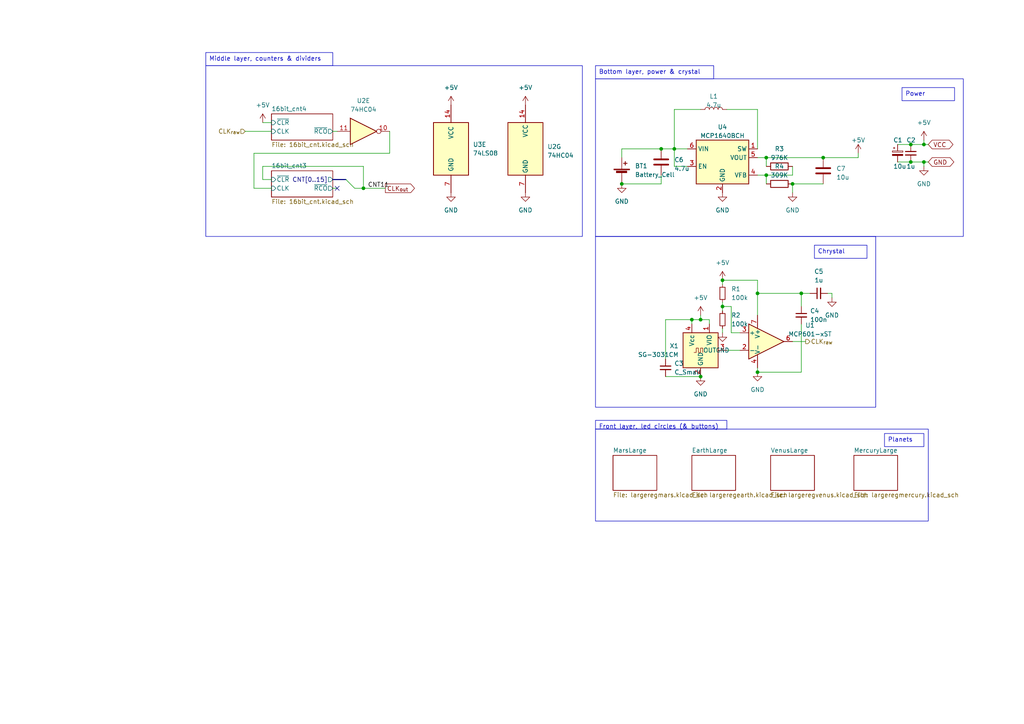
<source format=kicad_sch>
(kicad_sch (version 20230121) (generator eeschema)
  (paper "A4")
  (lib_symbols
    (symbol "74xx:74HC04"
      (property "Reference" "U" (at 0 1.27 0))
      (property "Value" "74HC04" (at 0 -1.27 0))
      (symbol "74HC04_1_0"
        (polyline (pts (xy -3.81 3.81) (xy -3.81 -3.81) (xy 3.81 0) (xy -3.81 3.81)) (stroke (width 0.254)) (fill (type background)))
        (pin input line (at -7.62 0 0) (length 3.81) (name "~") (number "1"))
        (pin output inverted (at 7.62 0 180) (length 3.81) (name "~") (number "2"))
      )
      (symbol "74HC04_2_0"
        (polyline (pts (xy -3.81 3.81) (xy -3.81 -3.81) (xy 3.81 0) (xy -3.81 3.81)) (stroke (width 0.254)) (fill (type background)))
        (pin input line (at -7.62 0 0) (length 3.81) (name "~") (number "3"))
        (pin output inverted (at 7.62 0 180) (length 3.81) (name "~") (number "4"))
      )
      (symbol "74HC04_3_0"
        (polyline (pts (xy -3.81 3.81) (xy -3.81 -3.81) (xy 3.81 0) (xy -3.81 3.81)) (stroke (width 0.254)) (fill (type background)))
        (pin input line (at -7.62 0 0) (length 3.81) (name "~") (number "5"))
        (pin output inverted (at 7.62 0 180) (length 3.81) (name "~") (number "6"))
      )
      (symbol "74HC04_4_0"
        (polyline (pts (xy -3.81 3.81) (xy -3.81 -3.81) (xy 3.81 0) (xy -3.81 3.81)) (stroke (width 0.254)) (fill (type background)))
        (pin output inverted (at 7.62 0 180) (length 3.81) (name "~") (number "8"))
        (pin input line (at -7.62 0 0) (length 3.81) (name "~") (number "9"))
      )
      (symbol "74HC04_5_0"
        (polyline (pts (xy -3.81 3.81) (xy -3.81 -3.81) (xy 3.81 0) (xy -3.81 3.81)) (stroke (width 0.254)) (fill (type background)))
        (pin output inverted (at 7.62 0 180) (length 3.81) (name "~") (number "10"))
        (pin input line (at -7.62 0 0) (length 3.81) (name "~") (number "11"))
      )
      (symbol "74HC04_6_0"
        (polyline (pts (xy -3.81 3.81) (xy -3.81 -3.81) (xy 3.81 0) (xy -3.81 3.81)) (stroke (width 0.254)) (fill (type background)))
        (pin output inverted (at 7.62 0 180) (length 3.81) (name "~") (number "12"))
        (pin input line (at -7.62 0 0) (length 3.81) (name "~") (number "13"))
      )
      (symbol "74HC04_7_0"
        (pin power_in line (at 0 12.7 270) (length 5.08) (name "VCC") (number "14"))
        (pin power_in line (at 0 -12.7 90) (length 5.08) (name "GND") (number "7"))
      )
      (symbol "74HC04_7_1"
        (rectangle (start -5.08 7.62) (end 5.08 -7.62) (stroke (width 0.254)) (fill (type background)))
      )
    )
    (symbol "74xx:74LS08" (pin_names (offset 1.016))
      (property "Reference" "U" (at 0 1.27 0))
      (property "Value" "74LS08" (at 0 -1.27 0))
      (symbol "74LS08_1_1"
        (arc (start 0 -3.81) (mid 3.7934 0) (end 0 3.81) (stroke (width 0.254)) (fill (type background)))
        (polyline (pts (xy 0 3.81) (xy -3.81 3.81) (xy -3.81 -3.81) (xy 0 -3.81)) (stroke (width 0.254)) (fill (type background)))
        (pin input line (at -7.62 2.54 0) (length 3.81) (name "~") (number "1"))
        (pin input line (at -7.62 -2.54 0) (length 3.81) (name "~") (number "2"))
        (pin output line (at 7.62 0 180) (length 3.81) (name "~") (number "3"))
      )
      (symbol "74LS08_1_2"
        (arc (start -3.81 -3.81) (mid -2.589 0) (end -3.81 3.81) (stroke (width 0.254)))
        (arc (start -0.6096 -3.81) (mid 2.1842 -2.5851) (end 3.81 0) (stroke (width 0.254)) (fill (type background)))
        (polyline (pts (xy -3.81 -3.81) (xy -0.635 -3.81)) (stroke (width 0.254)) (fill (type background)))
        (polyline (pts (xy -3.81 3.81) (xy -0.635 3.81)) (stroke (width 0.254)) (fill (type background)))
        (polyline (pts (xy -0.635 3.81) (xy -3.81 3.81) (xy -3.81 3.81) (xy -3.556 3.4036) (xy -3.0226 2.2606) (xy -2.6924 1.0414) (xy -2.6162 -0.254) (xy -2.7686 -1.4986) (xy -3.175 -2.7178) (xy -3.81 -3.81) (xy -3.81 -3.81) (xy -0.635 -3.81)) (stroke (width -25.4)) (fill (type background)))
        (arc (start 3.81 0) (mid 2.1915 2.5936) (end -0.6096 3.81) (stroke (width 0.254)) (fill (type background)))
        (pin input inverted (at -7.62 2.54 0) (length 4.318) (name "~") (number "1"))
        (pin input inverted (at -7.62 -2.54 0) (length 4.318) (name "~") (number "2"))
        (pin output inverted (at 7.62 0 180) (length 3.81) (name "~") (number "3"))
      )
      (symbol "74LS08_2_1"
        (arc (start 0 -3.81) (mid 3.7934 0) (end 0 3.81) (stroke (width 0.254)) (fill (type background)))
        (polyline (pts (xy 0 3.81) (xy -3.81 3.81) (xy -3.81 -3.81) (xy 0 -3.81)) (stroke (width 0.254)) (fill (type background)))
        (pin input line (at -7.62 2.54 0) (length 3.81) (name "~") (number "4"))
        (pin input line (at -7.62 -2.54 0) (length 3.81) (name "~") (number "5"))
        (pin output line (at 7.62 0 180) (length 3.81) (name "~") (number "6"))
      )
      (symbol "74LS08_2_2"
        (arc (start -3.81 -3.81) (mid -2.589 0) (end -3.81 3.81) (stroke (width 0.254)))
        (arc (start -0.6096 -3.81) (mid 2.1842 -2.5851) (end 3.81 0) (stroke (width 0.254)) (fill (type background)))
        (polyline (pts (xy -3.81 -3.81) (xy -0.635 -3.81)) (stroke (width 0.254)) (fill (type background)))
        (polyline (pts (xy -3.81 3.81) (xy -0.635 3.81)) (stroke (width 0.254)) (fill (type background)))
        (polyline (pts (xy -0.635 3.81) (xy -3.81 3.81) (xy -3.81 3.81) (xy -3.556 3.4036) (xy -3.0226 2.2606) (xy -2.6924 1.0414) (xy -2.6162 -0.254) (xy -2.7686 -1.4986) (xy -3.175 -2.7178) (xy -3.81 -3.81) (xy -3.81 -3.81) (xy -0.635 -3.81)) (stroke (width -25.4)) (fill (type background)))
        (arc (start 3.81 0) (mid 2.1915 2.5936) (end -0.6096 3.81) (stroke (width 0.254)) (fill (type background)))
        (pin input inverted (at -7.62 2.54 0) (length 4.318) (name "~") (number "4"))
        (pin input inverted (at -7.62 -2.54 0) (length 4.318) (name "~") (number "5"))
        (pin output inverted (at 7.62 0 180) (length 3.81) (name "~") (number "6"))
      )
      (symbol "74LS08_3_1"
        (arc (start 0 -3.81) (mid 3.7934 0) (end 0 3.81) (stroke (width 0.254)) (fill (type background)))
        (polyline (pts (xy 0 3.81) (xy -3.81 3.81) (xy -3.81 -3.81) (xy 0 -3.81)) (stroke (width 0.254)) (fill (type background)))
        (pin input line (at -7.62 -2.54 0) (length 3.81) (name "~") (number "10"))
        (pin output line (at 7.62 0 180) (length 3.81) (name "~") (number "8"))
        (pin input line (at -7.62 2.54 0) (length 3.81) (name "~") (number "9"))
      )
      (symbol "74LS08_3_2"
        (arc (start -3.81 -3.81) (mid -2.589 0) (end -3.81 3.81) (stroke (width 0.254)))
        (arc (start -0.6096 -3.81) (mid 2.1842 -2.5851) (end 3.81 0) (stroke (width 0.254)) (fill (type background)))
        (polyline (pts (xy -3.81 -3.81) (xy -0.635 -3.81)) (stroke (width 0.254)) (fill (type background)))
        (polyline (pts (xy -3.81 3.81) (xy -0.635 3.81)) (stroke (width 0.254)) (fill (type background)))
        (polyline (pts (xy -0.635 3.81) (xy -3.81 3.81) (xy -3.81 3.81) (xy -3.556 3.4036) (xy -3.0226 2.2606) (xy -2.6924 1.0414) (xy -2.6162 -0.254) (xy -2.7686 -1.4986) (xy -3.175 -2.7178) (xy -3.81 -3.81) (xy -3.81 -3.81) (xy -0.635 -3.81)) (stroke (width -25.4)) (fill (type background)))
        (arc (start 3.81 0) (mid 2.1915 2.5936) (end -0.6096 3.81) (stroke (width 0.254)) (fill (type background)))
        (pin input inverted (at -7.62 -2.54 0) (length 4.318) (name "~") (number "10"))
        (pin output inverted (at 7.62 0 180) (length 3.81) (name "~") (number "8"))
        (pin input inverted (at -7.62 2.54 0) (length 4.318) (name "~") (number "9"))
      )
      (symbol "74LS08_4_1"
        (arc (start 0 -3.81) (mid 3.7934 0) (end 0 3.81) (stroke (width 0.254)) (fill (type background)))
        (polyline (pts (xy 0 3.81) (xy -3.81 3.81) (xy -3.81 -3.81) (xy 0 -3.81)) (stroke (width 0.254)) (fill (type background)))
        (pin output line (at 7.62 0 180) (length 3.81) (name "~") (number "11"))
        (pin input line (at -7.62 2.54 0) (length 3.81) (name "~") (number "12"))
        (pin input line (at -7.62 -2.54 0) (length 3.81) (name "~") (number "13"))
      )
      (symbol "74LS08_4_2"
        (arc (start -3.81 -3.81) (mid -2.589 0) (end -3.81 3.81) (stroke (width 0.254)))
        (arc (start -0.6096 -3.81) (mid 2.1842 -2.5851) (end 3.81 0) (stroke (width 0.254)) (fill (type background)))
        (polyline (pts (xy -3.81 -3.81) (xy -0.635 -3.81)) (stroke (width 0.254)) (fill (type background)))
        (polyline (pts (xy -3.81 3.81) (xy -0.635 3.81)) (stroke (width 0.254)) (fill (type background)))
        (polyline (pts (xy -0.635 3.81) (xy -3.81 3.81) (xy -3.81 3.81) (xy -3.556 3.4036) (xy -3.0226 2.2606) (xy -2.6924 1.0414) (xy -2.6162 -0.254) (xy -2.7686 -1.4986) (xy -3.175 -2.7178) (xy -3.81 -3.81) (xy -3.81 -3.81) (xy -0.635 -3.81)) (stroke (width -25.4)) (fill (type background)))
        (arc (start 3.81 0) (mid 2.1915 2.5936) (end -0.6096 3.81) (stroke (width 0.254)) (fill (type background)))
        (pin output inverted (at 7.62 0 180) (length 3.81) (name "~") (number "11"))
        (pin input inverted (at -7.62 2.54 0) (length 4.318) (name "~") (number "12"))
        (pin input inverted (at -7.62 -2.54 0) (length 4.318) (name "~") (number "13"))
      )
      (symbol "74LS08_5_0"
        (pin power_in line (at 0 12.7 270) (length 5.08) (name "VCC") (number "14"))
        (pin power_in line (at 0 -12.7 90) (length 5.08) (name "GND") (number "7"))
      )
      (symbol "74LS08_5_1"
        (rectangle (start -5.08 7.62) (end 5.08 -7.62) (stroke (width 0.254)) (fill (type background)))
      )
    )
    (symbol "Amplifier_Operational:MCP601-xST" (pin_names (offset 0.127))
      (property "Reference" "U" (at 0 6.35 0))
      (property "Value" "MCP601-xST" (at 0 3.81 0))
      (symbol "MCP601-xST_0_1"
        (polyline (pts (xy -5.08 5.08) (xy 5.08 0) (xy -5.08 -5.08) (xy -5.08 5.08)) (stroke (width 0.254)) (fill (type background)))
      )
      (symbol "MCP601-xST_1_1"
        (pin no_connect line (at -2.54 2.54 270) (length 2.54) hide (name "NC") (number "1"))
        (pin input line (at -7.62 -2.54 0) (length 2.54) (name "-") (number "2"))
        (pin input line (at -7.62 2.54 0) (length 2.54) (name "+") (number "3"))
        (pin power_in line (at -2.54 -7.62 90) (length 3.81) (name "V-") (number "4"))
        (pin no_connect line (at 0 2.54 270) (length 2.54) hide (name "NC") (number "5"))
        (pin output line (at 7.62 0 180) (length 2.54) (name "~") (number "6"))
        (pin power_in line (at -2.54 7.62 270) (length 3.81) (name "V+") (number "7"))
        (pin no_connect line (at 0 -2.54 90) (length 2.54) hide (name "NC") (number "8"))
      )
    )
    (symbol "Device:Battery_Cell" (pin_numbers hide) (pin_names (offset 0) hide)
      (property "Reference" "BT" (at 2.54 2.54 0))
      (property "Value" "Battery_Cell" (at 2.54 0 0))
      (symbol "Battery_Cell_0_1"
        (rectangle (start -2.286 1.778) (end 2.286 1.524) (fill (type outline)))
        (rectangle (start -1.5748 1.1938) (end 1.4732 0.6858) (fill (type outline)))
        (polyline (pts (xy 0 0.762) (xy 0 0)))
        (polyline (pts (xy 0 1.778) (xy 0 2.54)))
        (polyline (pts (xy 0.508 3.429) (xy 1.524 3.429)) (stroke (width 0.254)))
        (polyline (pts (xy 1.016 3.937) (xy 1.016 2.921)) (stroke (width 0.254)))
      )
      (symbol "Battery_Cell_1_1"
        (pin passive line (at 0 5.08 270) (length 2.54) (name "+") (number "1"))
        (pin passive line (at 0 -2.54 90) (length 2.54) (name "-") (number "2"))
      )
    )
    (symbol "Device:C" (pin_numbers hide) (pin_names (offset 0.254))
      (property "Reference" "C" (at 0.635 2.54 0))
      (property "Value" "C" (at 0.635 -2.54 0))
      (symbol "C_0_1"
        (polyline (pts (xy -2.032 -0.762) (xy 2.032 -0.762)) (stroke (width 0.508)))
        (polyline (pts (xy -2.032 0.762) (xy 2.032 0.762)) (stroke (width 0.508)))
      )
      (symbol "C_1_1"
        (pin passive line (at 0 3.81 270) (length 2.794) (name "~") (number "1"))
        (pin passive line (at 0 -3.81 90) (length 2.794) (name "~") (number "2"))
      )
    )
    (symbol "Device:C_Polarized_Small" (pin_numbers hide) (pin_names (offset 0.254) hide)
      (property "Reference" "C" (at 0.254 1.778 0))
      (property "Value" "C_Polarized_Small" (at 0.254 -2.032 0))
      (symbol "C_Polarized_Small_0_1"
        (rectangle (start -1.524 -0.3048) (end 1.524 -0.6858) (fill (type outline)))
        (rectangle (start -1.524 0.6858) (end 1.524 0.3048))
        (polyline (pts (xy -1.27 1.524) (xy -0.762 1.524)))
        (polyline (pts (xy -1.016 1.27) (xy -1.016 1.778)))
      )
      (symbol "C_Polarized_Small_1_1"
        (pin passive line (at 0 2.54 270) (length 1.8542) (name "~") (number "1"))
        (pin passive line (at 0 -2.54 90) (length 1.8542) (name "~") (number "2"))
      )
    )
    (symbol "Device:C_Small" (pin_numbers hide) (pin_names (offset 0.254) hide)
      (property "Reference" "C" (at 0.254 1.778 0))
      (property "Value" "C_Small" (at 0.254 -2.032 0))
      (symbol "C_Small_0_1"
        (polyline (pts (xy -1.524 -0.508) (xy 1.524 -0.508)) (stroke (width 0.3302)))
        (polyline (pts (xy -1.524 0.508) (xy 1.524 0.508)) (stroke (width 0.3048)))
      )
      (symbol "C_Small_1_1"
        (pin passive line (at 0 2.54 270) (length 2.032) (name "~") (number "1"))
        (pin passive line (at 0 -2.54 90) (length 2.032) (name "~") (number "2"))
      )
    )
    (symbol "Device:L" (pin_numbers hide) (pin_names (offset 1.016) hide)
      (property "Reference" "L" (at -1.27 0 90))
      (property "Value" "L" (at 1.905 0 90))
      (symbol "L_0_1"
        (arc (start 0 -2.54) (mid 0.6323 -1.905) (end 0 -1.27))
        (arc (start 0 -1.27) (mid 0.6323 -0.635) (end 0 0))
        (arc (start 0 0) (mid 0.6323 0.635) (end 0 1.27))
        (arc (start 0 1.27) (mid 0.6323 1.905) (end 0 2.54))
      )
      (symbol "L_1_1"
        (pin passive line (at 0 3.81 270) (length 1.27) (name "1") (number "1"))
        (pin passive line (at 0 -3.81 90) (length 1.27) (name "2") (number "2"))
      )
    )
    (symbol "Device:R" (pin_numbers hide) (pin_names (offset 0))
      (property "Reference" "R" (at 2.032 0 90))
      (property "Value" "R" (at 0 0 90))
      (symbol "R_0_1"
        (rectangle (start -1.016 -2.54) (end 1.016 2.54) (stroke (width 0.254)))
      )
      (symbol "R_1_1"
        (pin passive line (at 0 3.81 270) (length 1.27) (name "~") (number "1"))
        (pin passive line (at 0 -3.81 90) (length 1.27) (name "~") (number "2"))
      )
    )
    (symbol "Device:R_Small" (pin_numbers hide) (pin_names (offset 0.254) hide)
      (property "Reference" "R" (at 0.762 0.508 0))
      (property "Value" "R_Small" (at 0.762 -1.016 0))
      (symbol "R_Small_0_1"
        (rectangle (start -0.762 1.778) (end 0.762 -1.778) (stroke (width 0.2032)))
      )
      (symbol "R_Small_1_1"
        (pin passive line (at 0 2.54 270) (length 0.762) (name "~") (number "1"))
        (pin passive line (at 0 -2.54 90) (length 0.762) (name "~") (number "2"))
      )
    )
    (symbol "Oscillator:SG-3030CM"
      (property "Reference" "X" (at -5.08 -6.35 0))
      (property "Value" "SG-3030CM" (at 1.27 -6.35 0))
      (symbol "SG-3030CM_0_1"
        (rectangle (start -5.08 5.08) (end 5.08 -5.08) (stroke (width 0.254)) (fill (type background)))
        (polyline (pts (xy -1.905 -0.635) (xy -1.27 -0.635) (xy -1.27 0.635) (xy -0.635 0.635) (xy -0.635 -0.635) (xy 0 -0.635) (xy 0 0.635) (xy 0.635 0.635) (xy 0.635 -0.635)))
      )
      (symbol "SG-3030CM_1_1"
        (pin power_in line (at 2.54 7.62 270) (length 2.54) (name "VIO") (number "1"))
        (pin power_in line (at 0 -7.62 90) (length 2.54) (name "GND") (number "2"))
        (pin output line (at 7.62 0 180) (length 2.54) (name "OUT") (number "3"))
        (pin power_in line (at -2.54 7.62 270) (length 2.54) (name "Vcc") (number "4"))
      )
    )
    (symbol "Regulator_Switching:MCP1640BCH"
      (property "Reference" "U" (at -7.62 8.89 0))
      (property "Value" "MCP1640BCH" (at -1.27 8.89 0))
      (symbol "MCP1640BCH_0_1"
        (rectangle (start -7.62 7.62) (end 7.62 -5.08) (stroke (width 0.254)) (fill (type background)))
      )
      (symbol "MCP1640BCH_1_1"
        (pin input line (at 10.16 5.08 180) (length 2.54) (name "SW") (number "1"))
        (pin power_in line (at 0 -7.62 90) (length 2.54) (name "GND") (number "2"))
        (pin input line (at -10.16 0 0) (length 2.54) (name "EN") (number "3"))
        (pin input line (at 10.16 -2.54 180) (length 2.54) (name "VFB") (number "4"))
        (pin power_out line (at 10.16 2.54 180) (length 2.54) (name "VOUT") (number "5"))
        (pin power_in line (at -10.16 5.08 0) (length 2.54) (name "VIN") (number "6"))
      )
    )
    (symbol "power:+5V" (power) (pin_names (offset 0))
      (property "Value" "+5V" (at 0 3.556 0))
      (symbol "+5V_0_1"
        (polyline (pts (xy -0.762 1.27) (xy 0 2.54)))
        (polyline (pts (xy 0 0) (xy 0 2.54)))
        (polyline (pts (xy 0 2.54) (xy 0.762 1.27)))
      )
      (symbol "+5V_1_1"
        (pin power_in line (at 0 0 90) (length 0) hide (name "+5V") (number "1"))
      )
    )
    (symbol "power:GND" (power) (pin_names (offset 0))
      (property "Value" "GND" (at 0 -3.81 0))
      (symbol "GND_0_1"
        (polyline (pts (xy 0 0) (xy 0 -1.27) (xy 1.27 -1.27) (xy 0 -2.54) (xy -1.27 -1.27) (xy 0 -1.27)))
      )
      (symbol "GND_1_1"
        (pin power_in line (at 0 0 270) (length 0) hide (name "GND") (number "1"))
      )
    )
  )
  (junction (at 229.87 53.34))
  (junction (at 232.41 85.09))
  (junction (at 180.34 53.34))
  (junction (at 209.55 81.28))
  (junction (at 203.2 92.71))
  (junction (at 209.55 88.9))
  (junction (at 219.71 107.95))
  (junction (at 195.58 43.18))
  (junction (at 191.77 43.18))
  (junction (at 203.2 109.22))
  (junction (at 264.16 41.91))
  (junction (at 219.71 85.09))
  (junction (at 105.41 54.61))
  (junction (at 267.97 41.91))
  (junction (at 222.25 50.8))
  (junction (at 222.25 45.72))
  (junction (at 264.16 46.99))
  (junction (at 267.97 46.99))
  (junction (at 238.76 45.72))
  (junction (at 200.66 92.71))
  (no_connect (at 97.79 54.61))
  (bus_entry (at 100.33 52.07) (size 2.54 2.54))
  (wire (pts (xy 229.87 48.26) (xy 229.87 50.8)))
  (wire (pts (xy 209.55 88.9) (xy 209.55 90.17)))
  (wire (pts (xy 193.04 104.14) (xy 193.04 92.71)))
  (wire (pts (xy 232.41 107.95) (xy 232.41 93.98)))
  (wire (pts (xy 267.97 46.99) (xy 267.97 48.26)))
  (wire (pts (xy 209.55 81.28) (xy 219.71 81.28)))
  (wire (pts (xy 219.71 50.8) (xy 222.25 50.8)))
  (wire (pts (xy 102.87 54.61) (xy 105.41 54.61)))
  (wire (pts (xy 229.87 53.34) (xy 229.87 55.88)))
  (wire (pts (xy 212.09 88.9) (xy 212.09 96.52)))
  (wire (pts (xy 191.77 53.34) (xy 191.77 50.8)))
  (wire (pts (xy 76.2 35.56) (xy 78.74 35.56)))
  (wire (pts (xy 264.16 41.91) (xy 267.97 41.91)))
  (wire (pts (xy 219.71 106.68) (xy 219.71 107.95)))
  (wire (pts (xy 219.71 81.28) (xy 219.71 85.09)))
  (wire (pts (xy 73.66 44.45) (xy 113.03 44.45)))
  (wire (pts (xy 195.58 31.75) (xy 195.58 43.18)))
  (wire (pts (xy 193.04 92.71) (xy 200.66 92.71)))
  (wire (pts (xy 232.41 85.09) (xy 234.95 85.09)))
  (wire (pts (xy 269.24 46.99) (xy 267.97 46.99)))
  (wire (pts (xy 219.71 31.75) (xy 210.82 31.75)))
  (wire (pts (xy 222.25 45.72) (xy 222.25 48.26)))
  (wire (pts (xy 113.03 38.1) (xy 113.03 44.45)))
  (wire (pts (xy 222.25 50.8) (xy 222.25 53.34)))
  (wire (pts (xy 260.35 46.99) (xy 264.16 46.99)))
  (wire (pts (xy 180.34 53.34) (xy 191.77 53.34)))
  (wire (pts (xy 219.71 43.18) (xy 219.71 31.75)))
  (wire (pts (xy 248.92 45.72) (xy 248.92 44.45)))
  (wire (pts (xy 73.66 54.61) (xy 78.74 54.61)))
  (bus (pts (xy 96.52 52.07) (xy 100.33 52.07)))
  (wire (pts (xy 105.41 54.61) (xy 111.76 54.61)))
  (wire (pts (xy 269.24 41.91) (xy 267.97 41.91)))
  (wire (pts (xy 96.52 38.1) (xy 97.79 38.1)))
  (wire (pts (xy 209.55 88.9) (xy 212.09 88.9)))
  (wire (pts (xy 260.35 41.91) (xy 264.16 41.91)))
  (wire (pts (xy 76.2 52.07) (xy 78.74 52.07)))
  (wire (pts (xy 219.71 45.72) (xy 222.25 45.72)))
  (wire (pts (xy 267.97 41.91) (xy 267.97 40.64)))
  (wire (pts (xy 203.2 31.75) (xy 195.58 31.75)))
  (wire (pts (xy 105.41 48.26) (xy 76.2 48.26)))
  (wire (pts (xy 219.71 85.09) (xy 219.71 91.44)))
  (wire (pts (xy 238.76 45.72) (xy 248.92 45.72)))
  (wire (pts (xy 200.66 92.71) (xy 203.2 92.71)))
  (wire (pts (xy 191.77 43.18) (xy 195.58 43.18)))
  (wire (pts (xy 209.55 87.63) (xy 209.55 88.9)))
  (wire (pts (xy 241.3 86.36) (xy 241.3 85.09)))
  (wire (pts (xy 209.55 81.28) (xy 209.55 82.55)))
  (wire (pts (xy 73.66 44.45) (xy 73.66 54.61)))
  (wire (pts (xy 200.66 93.98) (xy 200.66 92.71)))
  (wire (pts (xy 96.52 54.61) (xy 97.79 54.61)))
  (wire (pts (xy 222.25 50.8) (xy 229.87 50.8)))
  (wire (pts (xy 212.09 96.52) (xy 214.63 96.52)))
  (wire (pts (xy 203.2 92.71) (xy 205.74 92.71)))
  (wire (pts (xy 195.58 48.26) (xy 199.39 48.26)))
  (wire (pts (xy 210.82 101.6) (xy 214.63 101.6)))
  (wire (pts (xy 180.34 43.18) (xy 180.34 45.72)))
  (wire (pts (xy 180.34 43.18) (xy 191.77 43.18)))
  (wire (pts (xy 76.2 48.26) (xy 76.2 52.07)))
  (wire (pts (xy 193.04 109.22) (xy 203.2 109.22)))
  (wire (pts (xy 203.2 91.44) (xy 203.2 92.71)))
  (wire (pts (xy 232.41 88.9) (xy 232.41 85.09)))
  (wire (pts (xy 219.71 85.09) (xy 232.41 85.09)))
  (wire (pts (xy 229.87 99.06) (xy 233.68 99.06)))
  (wire (pts (xy 222.25 45.72) (xy 238.76 45.72)))
  (wire (pts (xy 195.58 43.18) (xy 199.39 43.18)))
  (wire (pts (xy 209.55 95.25) (xy 209.55 96.52)))
  (wire (pts (xy 229.87 53.34) (xy 238.76 53.34)))
  (wire (pts (xy 219.71 107.95) (xy 232.41 107.95)))
  (wire (pts (xy 264.16 46.99) (xy 267.97 46.99)))
  (wire (pts (xy 205.74 92.71) (xy 205.74 93.98)))
  (wire (pts (xy 105.41 48.26) (xy 105.41 54.61)))
  (wire (pts (xy 71.12 38.1) (xy 78.74 38.1)))
  (wire (pts (xy 241.3 85.09) (xy 240.03 85.09)))
  (wire (pts (xy 195.58 43.18) (xy 195.58 48.26)))
  (rectangle (start 172.72 22.86) (end 279.4 68.58))
  (rectangle (start 172.72 124.46) (end 269.24 151.13))
  (rectangle (start 172.72 68.58) (end 254 118.11))
  (rectangle (start 59.69 19.05) (end 168.91 68.58))
  (text_box "Front layer, led circles (& buttons)" (at 172.72 121.92 0) (size 38.1 2.54) (effects (font (size 1.27 1.27)) (justify left top)))
  (text_box "Planets" (at 256.54 125.73 0) (size 11.43 3.81) (effects (font (size 1.27 1.27)) (justify left top)))
  (text_box "Power" (at 261.62 25.4 0) (size 15.24 3.81) (effects (font (size 1.27 1.27)) (justify left top)))
  (text_box "Middle layer, counters & dividers" (at 59.69 15.24 0) (size 36.83 3.81) (effects (font (size 1.27 1.27)) (justify left top)))
  (text_box "Bottom layer, power & crystal" (at 172.72 19.05 0) (size 34.29 3.81) (effects (font (size 1.27 1.27)) (justify left top)))
  (text_box "Chrystal" (at 236.22 71.12 0) (size 15.24 3.81) (effects (font (size 1.27 1.27)) (justify left top)))
  (label "CNT11" (at 106.68 54.61 0))
  (global_label "CLK_{out}" (shape output) (at 111.76 54.61 0) (property "Intersheetrefs" "${INTERSHEET_REFS}" (effects hide)))
  (global_label "GND" (shape bidirectional) (at 269.24 46.99 0) (property "Intersheetrefs" "${INTERSHEET_REFS}" (effects hide)))
  (global_label "VCC" (shape bidirectional) (at 269.24 41.91 0) (property "Intersheetrefs" "${INTERSHEET_REFS}" (effects hide)))
  (hierarchical_label "CLK_{raw}" (shape output) (at 233.68 99.06 0))
  (hierarchical_label "CLK_{raw}" (shape input) (at 71.12 38.1 180))
  (symbol (lib_id "power:+5V") (at 76.2 35.56 0) (unit 1)
    (property "Reference" "#PWR08" (effects hide))
    (property "Value" "+5V" (at 76.2 30.48 0))
  )
  (symbol (lib_id "Device:C") (at 238.76 49.53 0) (unit 1)
    (property "Reference" "C7" (at 242.57 48.895 0) (effects (justify left)))
    (property "Value" "10u" (at 242.57 51.435 0) (effects (justify left)))
    (property "Footprint" "Capacitor_SMD:C_0805_2012Metric_Pad1.18x1.45mm_HandSolder" (effects hide))
  )
  (symbol (lib_id "Device:R") (at 226.06 48.26 90) (unit 1)
    (property "Reference" "R3" (at 226.06 43.18 90))
    (property "Value" "976K" (at 226.06 45.72 90))
    (property "Footprint" "Resistor_SMD:R_0603_1608Metric_Pad0.98x0.95mm_HandSolder" (effects hide))
  )
  (symbol (lib_id "Device:L") (at 207.01 31.75 90) (unit 1)
    (property "Reference" "L1" (at 207.01 27.94 90))
    (property "Value" "4.7u" (at 207.01 30.48 90))
    (property "Footprint" "Inductor_SMD:L_1210_3225Metric_Pad1.42x2.65mm_HandSolder" (effects hide))
  )
  (symbol (lib_id "power:GND") (at 241.3 86.36 0) (unit 1)
    (property "Reference" "#PWR09" (effects hide))
    (property "Value" "GND" (at 241.3 91.44 0))
  )
  (symbol (lib_id "power:+5V") (at 152.4 30.48 0) (unit 1)
    (property "Reference" "#PWR012" (effects hide))
    (property "Value" "+5V" (at 152.4 25.4 0))
  )
  (symbol (lib_id "Device:C_Small") (at 264.16 44.45 0) (unit 1)
    (property "Reference" "C2" (at 262.89 40.64 0) (effects (justify left)))
    (property "Value" "1u" (at 262.89 48.26 0) (effects (justify left)))
    (property "Footprint" "Capacitor_SMD:C_0805_2012Metric_Pad1.18x1.45mm_HandSolder" (effects hide))
  )
  (symbol (lib_id "power:+5V") (at 130.81 30.48 0) (unit 1)
    (property "Reference" "#PWR010" (effects hide))
    (property "Value" "+5V" (at 130.81 25.4 0))
  )
  (symbol (lib_id "Device:C_Small") (at 232.41 91.44 0) (unit 1)
    (property "Reference" "C4" (at 234.95 90.1762 0) (effects (justify left)))
    (property "Value" "100n" (at 234.95 92.7162 0) (effects (justify left)))
    (property "Footprint" "Capacitor_SMD:C_0805_2012Metric_Pad1.18x1.45mm_HandSolder" (effects hide))
  )
  (symbol (lib_id "Device:R_Small") (at 209.55 92.71 180) (unit 1)
    (property "Reference" "R2" (at 212.09 91.4399 0) (effects (justify right)))
    (property "Value" "100k" (at 212.09 93.9799 0) (effects (justify right)))
    (property "Footprint" "Resistor_SMD:R_0603_1608Metric_Pad0.98x0.95mm_HandSolder" (effects hide))
  )
  (symbol (lib_id "Device:C_Small") (at 237.49 85.09 90) (unit 1)
    (property "Reference" "C5" (at 237.4963 78.74 90))
    (property "Value" "1u" (at 237.4963 81.28 90))
    (property "Footprint" "Capacitor_SMD:C_0805_2012Metric_Pad1.18x1.45mm_HandSolder" (effects hide))
  )
  (symbol (lib_id "74xx:74HC04") (at 105.41 38.1 0) (unit 5)
    (property "Reference" "U2" (at 105.41 29.21 0))
    (property "Value" "74HC04" (at 105.41 31.75 0))
    (property "Footprint" "Package_SO:SO-14_5.3x10.2mm_P1.27mm" (effects hide))
    (property "Datasheet" "https://assets.nexperia.com/documents/data-sheet/74HC_HCT04.pdf" (effects hide))
  )
  (symbol (lib_id "power:GND") (at 209.55 96.52 0) (unit 1)
    (property "Reference" "#PWR06" (effects hide))
    (property "Value" "GND" (at 209.55 101.6 0))
  )
  (symbol (lib_id "Device:C_Small") (at 193.04 106.68 0) (unit 1)
    (property "Reference" "C3" (at 195.58 105.4162 0) (effects (justify left)))
    (property "Value" "C_Small" (at 195.58 107.9562 0) (effects (justify left)))
    (property "Footprint" "Capacitor_SMD:C_0805_2012Metric_Pad1.18x1.45mm_HandSolder" (effects hide))
  )
  (symbol (lib_id "74xx:74LS08") (at 130.81 43.18 0) (unit 5)
    (property "Reference" "U3" (at 137.16 41.9099 0) (effects (justify left)))
    (property "Value" "74LS08" (at 137.16 44.4499 0) (effects (justify left)))
    (property "Footprint" "Package_SO:SO-14_5.3x10.2mm_P1.27mm" (effects hide))
    (property "Datasheet" "http://www.ti.com/lit/gpn/sn74LS08" (effects hide))
  )
  (symbol (lib_id "power:+5V") (at 248.92 44.45 0) (unit 1)
    (property "Reference" "#PWR017" (effects hide))
    (property "Value" "+5V" (at 248.92 40.64 0))
  )
  (symbol (lib_id "Oscillator:SG-3030CM") (at 203.2 101.6 0) (unit 1)
    (property "Reference" "X1" (at 196.85 100.3299 0) (effects (justify right)))
    (property "Value" "SG-3031CM" (at 196.85 102.8699 0) (effects (justify right)))
    (property "Footprint" "Oscillator:Oscillator_SMD_SeikoEpson_SG3030CM" (effects hide))
    (property "Datasheet" "https://support.epson.biz/td/api/doc_check.php?mode=dl&lang=en&Parts=SG-3030CM" (effects hide))
  )
  (symbol (lib_id "Amplifier_Operational:MCP601-xST") (at 222.25 99.06 0) (unit 1)
    (property "Reference" "U1" (at 234.95 94.361 0))
    (property "Value" "MCP601-xST" (at 234.95 96.901 0))
    (property "Footprint" "Package_SO:TSSOP-8_4.4x3mm_P0.65mm" (effects hide))
    (property "Datasheet" "http://ww1.microchip.com/downloads/en/DeviceDoc/21314g.pdf" (effects hide))
  )
  (symbol (lib_id "Regulator_Switching:MCP1640BCH") (at 209.55 48.26 0) (unit 1)
    (property "Reference" "U4" (at 209.55 36.83 0))
    (property "Value" "MCP1640BCH" (at 209.55 39.37 0))
    (property "Footprint" "Package_TO_SOT_SMD:SOT-23-6" (effects hide))
    (property "Datasheet" "http://ww1.microchip.com/downloads/en/DeviceDoc/20002234D.pdf" (effects hide))
  )
  (symbol (lib_id "Device:C_Polarized_Small") (at 260.35 44.45 0) (unit 1)
    (property "Reference" "C1" (at 259.08 40.64 0) (effects (justify left)))
    (property "Value" "10u" (at 259.08 48.26 0) (effects (justify left)))
    (property "Footprint" "Capacitor_SMD:C_0805_2012Metric_Pad1.18x1.45mm_HandSolder" (effects hide))
  )
  (symbol (lib_id "power:GND") (at 180.34 53.34 0) (unit 1)
    (property "Reference" "#PWR014" (effects hide))
    (property "Value" "GND" (at 180.34 58.42 0))
  )
  (symbol (lib_id "74xx:74HC04") (at 152.4 43.18 0) (unit 7)
    (property "Reference" "U2" (at 158.75 42.545 0) (effects (justify left)))
    (property "Value" "74HC04" (at 158.75 45.085 0) (effects (justify left)))
    (property "Footprint" "Package_SO:SO-14_5.3x10.2mm_P1.27mm" (effects hide))
    (property "Datasheet" "https://assets.nexperia.com/documents/data-sheet/74HC_HCT04.pdf" (effects hide))
  )
  (symbol (lib_id "power:+5V") (at 203.2 91.44 0) (unit 1)
    (property "Reference" "#PWR03" (effects hide))
    (property "Value" "+5V" (at 203.2 86.36 0))
  )
  (symbol (lib_id "power:GND") (at 152.4 55.88 0) (unit 1)
    (property "Reference" "#PWR013" (effects hide))
    (property "Value" "GND" (at 152.4 60.96 0))
  )
  (symbol (lib_id "Device:C") (at 191.77 46.99 0) (unit 1)
    (property "Reference" "C6" (at 195.58 46.355 0) (effects (justify left)))
    (property "Value" "4.7u" (at 195.58 48.895 0) (effects (justify left)))
    (property "Footprint" "Capacitor_SMD:C_0805_2012Metric_Pad1.18x1.45mm_HandSolder" (effects hide))
  )
  (symbol (lib_id "power:GND") (at 130.81 55.88 0) (unit 1)
    (property "Reference" "#PWR011" (effects hide))
    (property "Value" "GND" (at 130.81 60.96 0))
  )
  (symbol (lib_id "power:GND") (at 267.97 48.26 0) (unit 1)
    (property "Reference" "#PWR02" (effects hide))
    (property "Value" "GND" (at 267.97 53.34 0))
  )
  (symbol (lib_id "Device:Battery_Cell") (at 180.34 50.8 0) (unit 1)
    (property "Reference" "BT1" (at 184.15 48.133 0) (effects (justify left)))
    (property "Value" "Battery_Cell" (at 184.15 50.673 0) (effects (justify left)))
    (property "Footprint" "Battery:BatteryHolder_Keystone_1057_1x2032" (effects hide))
  )
  (symbol (lib_id "Device:R") (at 226.06 53.34 90) (unit 1)
    (property "Reference" "R4" (at 226.06 48.26 90))
    (property "Value" "309K" (at 226.06 50.8 90))
    (property "Footprint" "Resistor_SMD:R_0603_1608Metric_Pad0.98x0.95mm_HandSolder" (effects hide))
  )
  (symbol (lib_id "power:GND") (at 219.71 107.95 0) (unit 1)
    (property "Reference" "#PWR07" (effects hide))
    (property "Value" "GND" (at 219.71 113.03 0))
  )
  (symbol (lib_id "power:GND") (at 203.2 109.22 0) (unit 1)
    (property "Reference" "#PWR04" (effects hide))
    (property "Value" "GND" (at 203.2 114.3 0))
  )
  (symbol (lib_id "power:GND") (at 209.55 55.88 0) (unit 1)
    (property "Reference" "#PWR015" (effects hide))
    (property "Value" "GND" (at 209.55 60.96 0))
  )
  (symbol (lib_id "power:+5V") (at 209.55 81.28 0) (unit 1)
    (property "Reference" "#PWR05" (effects hide))
    (property "Value" "+5V" (at 209.55 76.2 0))
  )
  (symbol (lib_id "power:+5V") (at 267.97 40.64 0) (unit 1)
    (property "Reference" "#PWR01" (effects hide))
    (property "Value" "+5V" (at 267.97 35.56 0))
  )
  (symbol (lib_id "Device:R_Small") (at 209.55 85.09 180) (unit 1)
    (property "Reference" "R1" (at 212.09 83.8199 0) (effects (justify right)))
    (property "Value" "100k" (at 212.09 86.3599 0) (effects (justify right)))
    (property "Footprint" "Resistor_SMD:R_0603_1608Metric_Pad0.98x0.95mm_HandSolder" (effects hide))
  )
  (symbol (lib_id "power:GND") (at 229.87 55.88 0) (unit 1)
    (property "Reference" "#PWR016" (effects hide))
    (property "Value" "GND" (at 229.87 60.96 0))
  )
  (sheet (at 78.74 33.02) (size 17.78 7.62) (stroke (width 0.1524))
    (property "Sheetname" "16bit_cnt4" (at 78.74 32.3084 0) (effects (justify left bottom)))
    (property "Sheetfile" "16bit_cnt.kicad_sch" (at 78.74 41.2246 0) (effects (justify left top)))
    (pin "~{CLR}" input (at 78.74 35.56 180))
    (pin "CLK" input (at 78.74 38.1 180))
    (pin "~{RCO}" output (at 96.52 38.1 0))
  )
  (sheet (at 200.66 132.08) (size 12.7 10.16) (stroke (width 0.1524))
    (property "Sheetname" "EarthLarge" (at 200.66 131.3684 0) (effects (justify left bottom)))
    (property "Sheetfile" "largeregearth.kicad_sch" (at 200.66 142.8246 0) (effects (justify left top)))
  )
  (sheet (at 223.52 132.08) (size 12.7 10.16) (stroke (width 0.1524))
    (property "Sheetname" "VenusLarge" (at 223.52 131.3684 0) (effects (justify left bottom)))
    (property "Sheetfile" "largeregvenus.kicad_sch" (at 223.52 142.8246 0) (effects (justify left top)))
  )
  (sheet (at 78.74 49.53) (size 17.78 7.62) (stroke (width 0.1524))
    (property "Sheetname" "16bit_cnt3" (at 78.74 48.8184 0) (effects (justify left bottom)))
    (property "Sheetfile" "16bit_cnt.kicad_sch" (at 78.74 57.7346 0) (effects (justify left top)))
    (pin "~{CLR}" input (at 78.74 52.07 180))
    (pin "CLK" input (at 78.74 54.61 180))
    (pin "~{RCO}" output (at 96.52 54.61 0))
    (pin "CNT[0..15]" output (at 96.52 52.07 0))
  )
  (sheet (at 247.65 132.08) (size 12.7 10.16) (stroke (width 0.1524))
    (property "Sheetname" "MercuryLarge" (at 247.65 131.3684 0) (effects (justify left bottom)))
    (property "Sheetfile" "largeregmercury.kicad_sch" (at 247.65 142.8246 0) (effects (justify left top)))
  )
  (sheet (at 177.8 132.08) (size 12.7 10.16) (stroke (width 0.1524))
    (property "Sheetname" "MarsLarge" (at 177.8 131.3684 0) (effects (justify left bottom)))
    (property "Sheetfile" "largeregmars.kicad_sch" (at 177.8 142.8246 0) (effects (justify left top)))
  )
)
</source>
